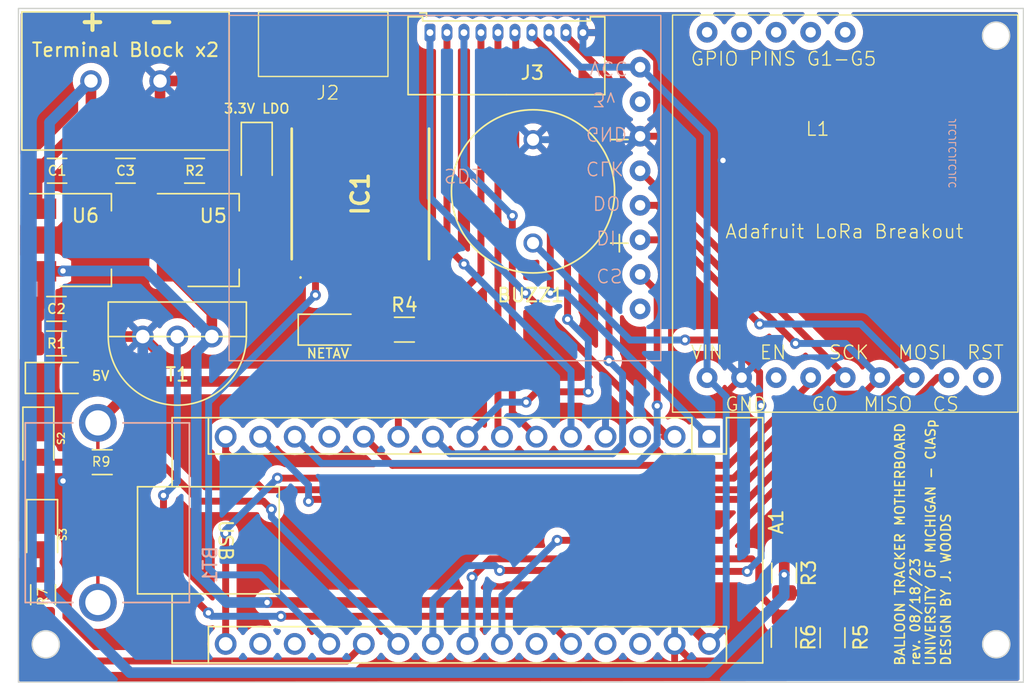
<source format=kicad_pcb>
(kicad_pcb (version 20240108) (generator "pcbnew") (generator_version "8.0")
  (layers (0 "F.Cu" signal) (31 "B.Cu" signal) (34 "B.Paste" user) (35 "F.Paste" user) (36 "B.SilkS" user "B.Silkscreen") (37 "F.SilkS" user "F.Silkscreen") (38 "B.Mask" user) (39 "F.Mask" user) (44 "Edge.Cuts" user))
  (net 0 "")
  (net 1 "Net-(A1-TX1)")
  (net 2 "Net-(A1-RX1)")
  (net 3 "GND")
  (net 4 "Net-(A1-D2)")
  (net 5 "Net-(A1-D3)")
  (net 6 "Net-(A1-D4)")
  (net 7 "Net-(A1-D5)")
  (net 8 "Net-(A1-D6)")
  (net 9 "Net-(A1-D7)")
  (net 10 "Net-(A1-D8)")
  (net 11 "Net-(A1-D9)")
  (net 12 "Net-(A1-D10)")
  (net 13 "Net-(A1-MOSI)")
  (net 14 "Net-(A1-MISO)")
  (net 15 "Net-(A1-SCK)")
  (net 18 "Net-(A1-A0)")
  (net 19 "Net-(A1-A1)")
  (net 20 "Net-(A1-A2)")
  (net 21 "Net-(A1-A3)")
  (net 22 "Net-(A1-SDA{slash}A4)")
  (net 23 "Net-(A1-SCL{slash}A5)")
  (net 24 "Net-(A1-A7)")
  (net 27 "+5V")
  (net 28 "Net-(IC1-V_BCKP)")
  (net 29 "Net-(P1-+)")
  (net 30 "+3.3V")
  (net 31 "Net-(D1-A)")
  (net 32 "Net-(D2-A)")
  (net 33 "Net-(D4-A)")
  (net 37 "Net-(IC1-RF_IN)")
  (net 49 "Net-(R3-Pad2)")
  (net 50 "Net-(S3-A)")
  (net 51 "Net-(S2-A)")
  (footprint "Tracker Custom Library:TMP36" (layer "F.Cu") (at 24.892 38.1 180)
    (property "Reference" "T1")
    (property "Value" "TMP36")
  )
  (footprint "Resistor_SMD:R_1206_3216Metric" (layer "F.Cu") (at 16.002 38.608 180)
    (property "Reference" "R1")
    (property "Value" "Resistor" (hide yes))
  )
  (footprint "Connector_Molex:Molex_PicoBlade_53048-1010_1x10_P1.25mm_Horizontal" (layer "F.Cu") (at 43.474 15.748)
    (property "Reference" "J3")
    (property "Value" "10 Pin PicoBlade MOLEX" (hide yes))
  )
  (footprint "LED_SMD:LED_1206_3216Metric" (layer "F.Cu") (at 36.068 37.592)
    (property "Reference" "D4" (hide yes))
    (property "Value" "NETAV")
  )
  (footprint "Package_TO_SOT_SMD:SOT-223-3_TabPin2" (layer "F.Cu") (at 18.136 31.002)
    (property "Reference" "U6")
    (property "Value" "LD1117S50TR_SOT223" (hide yes))
  )
  (footprint "Resistor_SMD:R_1206_3216Metric" (layer "F.Cu") (at 69.49 60.22 -90)
    (property "Reference" "R6")
    (property "Value" "480K")
  )
  (footprint "Resistor_SMD:R_1206_3216Metric" (layer "F.Cu") (at 69.52 55.49 -90)
    (property "Reference" "R3")
    (property "Value" "1K")
  )
  (footprint "Resistor_SMD:R_1206_3216Metric" (layer "F.Cu") (at 19.37 47.34)
    (property "Reference" "R9")
    (property "Value" "Resistor")
  )
  (footprint "Tracker Custom Library:Terminal Block x2" (layer "F.Cu") (at 21.082 19.304)
    (property "Reference" "P1" (hide yes))
    (property "Value" "Terminal Block x2")
  )
  (footprint "Capacitor_SMD:C_1206_3216Metric" (layer "F.Cu") (at 16.051 25.908)
    (property "Reference" "C1")
    (property "Value" "Capacitor" (hide yes))
  )
  (footprint "Capacitor_SMD:C_1206_3216Metric" (layer "F.Cu") (at 16.002 36.068)
    (property "Reference" "C2")
    (property "Value" "Capacitor" (hide yes))
  )
  (footprint "Package_TO_SOT_SMD:SOT-223-3_TabPin2" (layer "F.Cu") (at 27.534 31.002)
    (property "Reference" "U5")
    (property "Value" "LD1117S33TR_SOT223" (hide yes))
  )
  (footprint "Tracker Custom Library:Molex SMA Edge Mount" (layer "F.Cu") (at 40.386 14.224)
    (property "Reference" "J2")
    (property "Value" "Conn_Coaxial" (hide yes))
  )
  (footprint "LED_SMD:LED_1206_3216Metric" (layer "F.Cu") (at 30.734 24.638 -90)
    (property "Reference" "D2" (hide yes))
    (property "Value" "3.3V LDO")
  )
  (footprint "Tracker Custom Library:XDCR_AI-1224-TWT-5V-R" (layer "F.Cu") (at 51.054 27.422 180)
    (property "Reference" "BUZZ1")
    (property "Value" "Buzzer")
  )
  (footprint "Capacitor_SMD:C_1206_3216Metric" (layer "F.Cu") (at 21.082 25.908 180)
    (property "Reference" "C3")
    (property "Value" "Capacitor" (hide yes))
  )
  (footprint "Resistor_SMD:R_1206_3216Metric" (layer "F.Cu") (at 15.02 57.0875 -90)
    (property "Reference" "R7")
    (property "Value" "Resistor")
  )
  (footprint "Resistor_SMD:R_1206_3216Metric" (layer "F.Cu") (at 73.08 60.25 90)
    (property "Reference" "R5")
    (property "Value" "1K")
  )
  (footprint "LED_SMD:LED_1206_3216Metric" (layer "F.Cu") (at 14.95 52.38 -90)
    (property "Reference" "S3")
    (property "Value" "NETAV")
  )
  (footprint "Tracker Custom Library:Adafruit LoRa Breakout" (layer "F.Cu") (at 61.314 14.451)
    (property "Reference" "L1")
    (property "Value" "Lora" (hide yes))
  )
  (footprint "Resistor_SMD:R_1206_3216Metric" (layer "F.Cu") (at 41.5945 37.592)
    (property "Reference" "R4")
    (property "Value" "Resistor")
  )
  (footprint "Resistor_SMD:R_1206_3216Metric" (layer "F.Cu") (at 26.162 25.908 180)
    (property "Reference" "R2")
    (property "Value" "Resistor" (hide yes))
  )
  (footprint "Tracker Custom Library:MAXM10S00B" (layer "F.Cu") (at 38.356 27.61 -90)
    (property "Reference" "IC1")
    (property "Value" "MAX-M10S-00B" (hide yes))
  )
  (footprint "Module:Arduino_Nano" (layer "F.Cu") (at 64.008 45.466 -90)
    (property "Reference" "A1")
    (property "Value" "Arduino_Nano_Every")
  )
  (footprint "LED_SMD:LED_1206_3216Metric" (layer "F.Cu") (at 14.67 45.58 -90)
    (property "Reference" "S2")
    (property "Value" "NETAV")
  )
  (footprint "LED_SMD:LED_1206_3216Metric" (layer "F.Cu") (at 16.002 41.148)
    (property "Reference" "D1" (hide yes))
    (property "Value" "5V LDO" (hide yes))
  )
  (footprint "Tracker Custom Library:Adafruit 5V SD Breakout Brd+" (layer "B.Cu") (at 60.452 39.878)
    (property "Reference" "SD1")
    (property "Value" "~")
  )
  (footprint "Tracker Custom Library:BAT_2997" (layer "B.Cu") (at 19.05 51.055 90)
    (property "Reference" "BT1")
    (property "Value" "2997")
  )
  (gr_rect (start 13.208 13.97) (end 87.122 63.518) (stroke (width 0.1)) (fill none) (layer "Edge.Cuts"))
  (gr_circle (center 15.22 60.738) (end 15.19 59.738) (stroke (width 0.1)) (fill none) (layer "Edge.Cuts"))
  (gr_circle (center 85.122 60.726) (end 84.122 60.756) (stroke (width 0.1)) (fill none) (layer "Edge.Cuts"))
  (gr_circle (center 85.11 15.97) (end 85.14 16.97) (stroke (width 0.1)) (fill none) (layer "Edge.Cuts"))
  (gr_text "JLCJLCJLCJLC" (at 82.2 22 90) (layer "B.SilkS") (effects (font (size 0.5 0.5) (thickness 0.075)) (justify left bottom mirror)))
  (gr_text "NETAV" (at 34.34 39.75 0) (layer "F.SilkS") (effects (font (size 0.7 0.7) (thickness 0.12) (bold yes)) (justify left bottom)))
  (gr_text "+" (at 17.526 15.748 0) (layer "F.SilkS") (effects (font (size 1.5 1.5) (thickness 0.3) (bold yes)) (justify left bottom)))
  (gr_text "-" (at 22.606 15.748 0) (layer "F.SilkS") (effects (font (size 1.5 1.5) (thickness 0.3) (bold yes)) (justify left bottom)))
  (gr_text "BALLOON TRACKER MOTHERBOARD\nrev. 08/18/23\nUNIVERSITY OF MICHIGAN - ClASp\nDESIGN BY J. WOODS" (at 81.83 62.37 90) (layer "F.SilkS") (effects (font (size 0.7 0.7) (thickness 0.12) (bold yes)) (justify left bottom)))
  (gr_text "5V" (at 18.542 41.402 0) (layer "F.SilkS") (effects (font (size 0.7 0.7) (thickness 0.12) (bold yes)) (justify left bottom)))
  (segment (start 49.724 15.748) (end 49.724 15.998) (width 0.508) (layer "F.Cu") (net 1))
  (segment (start 52.324 30.226) (end 52.324 34.9) (width 0.508) (layer "F.Cu") (net 1))
  (segment (start 49.784 16.058) (end 49.784 27.686) (width 0.508) (layer "F.Cu") (net 1))
  (segment (start 49.724 15.998) (end 49.784 16.058) (width 0.508) (layer "F.Cu") (net 1))
  (segment (start 49.784 27.686) (end 52.324 30.226) (width 0.508) (layer "F.Cu") (net 1))
  (via (at 52.324 34.9) (size 0.8) (drill 0.4) (layers "F.Cu" "B.Cu") (net 1))
  (segment (start 64.008 45.466) (end 53.442 34.9) (width 0.508) (layer "B.Cu") (net 1))
  (segment (start 63.66034 45.466) (end 64.008 45.466) (width 0.508) (layer "B.Cu") (net 1))
  (segment (start 53.442 34.9) (end 52.324 34.9) (width 0.508) (layer "B.Cu") (net 1))
  (segment (start 50.5 34.943739) (end 50.5 34.9) (width 0.508) (layer "F.Cu") (net 2))
  (segment (start 60.706 45.466) (end 61.468 45.466) (width 0.508) (layer "F.Cu") (net 2))
  (segment (start 61.022261 45.466) (end 50.5 34.943739) (width 0.508) (layer "F.Cu") (net 2))
  (segment (start 61.468 45.466) (end 61.022261 45.466) (width 0.508) (layer "F.Cu") (net 2))
  (via (at 50.5 34.9) (size 0.8) (drill 0.4) (layers "F.Cu" "B.Cu") (net 2))
  (segment (start 43.474 27.874) (end 43.474 15.748) (width 0.508) (layer "B.Cu") (net 2))
  (segment (start 50.5 34.9) (end 43.474 27.874) (width 0.508) (layer "B.Cu") (net 2))
  (segment (start 58.166 15.748) (end 54.724 15.748) (width 0.508) (layer "F.Cu") (net 3))
  (segment (start 19.607 25.908) (end 23.622 21.893) (width 0.78232) (layer "F.Cu") (net 3))
  (segment (start 22.352 38.1) (end 19.509 38.1) (width 0.78232) (layer "F.Cu") (net 3))
  (segment (start 14.602 41.148) (end 15.69316 40.05684) (width 0.78232) (layer "F.Cu") (net 3))
  (segment (start 14.67 44.18) (end 14.67 41.216) (width 0.508) (layer "F.Cu") (net 3))
  (segment (start 16.76832 31.002) (end 17.477 31.71068) (width 0.78232) (layer "F.Cu") (net 3))
  (segment (start 17.526 29.09432) (end 17.526 25.908) (width 0.78232) (layer "F.Cu") (net 3))
  (segment (start 63.246 23.368) (end 58.928 23.368) (width 0.508) (layer "F.Cu") (net 3))
  (segment (start 33.956 36.88) (end 34.668 37.592) (width 0.78232) (layer "F.Cu") (net 3))
  (segment (start 40.556 22.86) (end 40.556 23.968) (width 0.508) (layer "F.Cu") (net 3))
  (segment (start 60.144 22.152) (end 60.144 17.726) (width 0.508) (layer "F.Cu") (net 3))
  (segment (start 26.8 19.304) (end 23.622 19.304) (width 0.78232) (layer "F.Cu") (net 3))
  (segment (start 42.756 22.86) (end 42.756 23.968) (width 0.508) (layer "F.Cu") (net 3))
  (segment (start 40.556 23.968) (end 40.31 24.214) (width 0.508) (layer "F.Cu") (net 3))
  (segment (start 62.722 61.96) (end 69.2125 61.96) (width 0.508) (layer "F.Cu") (net 3))
  (segment (start 42.51 24.214) (end 40.31 24.214) (width 0.508) (layer "F.Cu") (net 3))
  (segment (start 17.526 25.908) (end 19.607 25.908) (width 0.78232) (layer "F.Cu") (net 3))
  (segment (start 21.286 31.002) (end 16.76832 31.002) (width 0.78232) (layer "F.Cu") (net 3))
  (segment (start 14.95 50.25584) (end 16.48584 48.72) (width 0.508) (layer "F.Cu") (net 3))
  (segment (start 15.69316 37.85184) (end 17.477 36.068) (width 0.78232) (layer "F.Cu") (net 3))
  (segment (start 32.42584 39.83416) (end 24.08616 39.83416) (width 0.78232) (layer "F.Cu") (net 3))
  (segment (start 31.71 24.214) (end 30.734 23.238) (width 0.508) (layer "F.Cu") (net 3))
  (segment (start 23.622 21.893) (end 23.622 19.304) (width 0.78232) (layer "F.Cu") (net 3))
  (segment (start 14.986 31.002) (end 16.76832 31.002) (width 0.78232) (layer "F.Cu") (net 3))
  (segment (start 31.3985 16.5865) (end 31.3985 22.5735) (width 0.78232) (layer "F.Cu") (net 3))
  (segment (start 58.928 23.368) (end 60.144 22.152) (width 0.508) (layer "F.Cu") (net 3))
  (segment (start 15.61832 31.002) (end 17.526 29.09432) (width 0.78232) (layer "F.Cu") (net 3))
  (segment (start 17.477 31.71068) (end 17.477 36.068) (width 0.78232) (layer "F.Cu") (net 3))
  (segment (start 61.468 60.706) (end 62.722 61.96) (width 0.508) (layer "F.Cu") (net 3))
  (segment (start 14.67 41.216) (end 14.602 41.148) (width 0.508) (layer "F.Cu") (net 3))
  (segment (start 69.2125 61.96) (end 69.49 61.6825) (width 0.508) (layer "F.Cu") (net 3))
  (segment (start 19.509 38.1) (end 17.477 36.068) (width 0.78232) (layer "F.Cu") (net 3))
  (segment (start 30.734 23.238) (end 26.8 19.304) (width 0.78232) (layer "F.Cu") (net 3))
  (segment (start 23.586 28.702) (end 24.384 28.702) (width 0.78232) (layer "F.Cu") (net 3))
  (segment (start 40.31 24.214) (end 31.71 24.214) (width 0.508) (layer "F.Cu") (net 3))
  (segment (start 42.756 22.86) (end 42.756 19.519) (width 0.508) (layer "F.Cu") (net 3))
  (segment (start 24.08616 39.83416) (end 22.352 38.1) (width 0.78232) (layer "F.Cu") (net 3))
  (segment (start 42.756 19.519) (end 39.836 16.599) (width 0.508) (layer "F.Cu") (net 3))
  (segment (start 31.3985 22.5735) (end 30.734 23.238) (width 0.78232) (layer "F.Cu") (net 3))
  (segment (start 34.668 37.592) (end 32.42584 39.83416) (width 0.78232) (layer "F.Cu") (net 3))
  (segment (start 14.986 31.002) (end 15.61832 31.002) (width 0.78232) (layer "F.Cu") (net 3))
  (segment (start 42.756 23.968) (end 42.51 24.214) (width 0.508) (layer "F.Cu") (net 3))
  (segment (start 21.286 31.002) (end 23.586 28.702) (width 0.78232) (layer "F.Cu") (net 3))
  (segment (start 60.144 17.726) (end 58.166 15.748) (width 0.508) (layer "F.Cu") (net 3))
  (segment (start 65.024 25.146) (end 63.246 23.368) (width 0.508) (layer "F.Cu") (net 3))
  (segment (start 33.956 32.36) (end 33.956 36.88) (width 0.78232) (layer "F.Cu") (net 3))
  (segment (start 15.69316 40.05684) (end 15.69316 37.85184) (width 0.78232) (layer "F.Cu") (net 3))
  (segment (start 14.95 50.98) (end 14.95 50.25584) (width 0.508) (layer "F.Cu") (net 3))
  (via (at 16.48584 48.72) (size 0.8) (drill 0.4) (layers "F.Cu" "B.Cu") (net 3))
  (via (at 65.024 25.146) (size 0.8) (drill 0.4) (layers "F.Cu" "B.Cu") (net 3))
  (segment (start 19.05 51.055) (end 21.81232 51.055) (width 0.78232) (layer "B.Cu") (net 3))
  (segment (start 16.715 48.72) (end 19.05 51.055) (width 0.508) (layer "B.Cu") (net 3))
  (segment (start 58.674 23.622) (end 58.928 23.368) (width 0.508) (layer "B.Cu") (net 3))
  (segment (start 16.48584 48.72) (end 16.715 48.72) (width 0.508) (layer "B.Cu") (net 3))
  (segment (start 66.394 41.121) (end 66.394 26.516) (width 0.508) (layer "B.Cu") (net 3))
  (segment (start 21.81232 51.055) (end 22.352 50.51532) (width 0.78232) (layer "B.Cu") (net 3))
  (segment (start 22.352 50.51532) (end 22.352 38.1) (width 0.78232) (layer "B.Cu") (net 3))
  (segment (start 66.394 26.516) (end 65.024 25.146) (width 0.508) (layer "B.Cu") (net 3))
  (segment (start 51.054 23.622) (end 58.674 23.622) (width 0.508) (layer "B.Cu") (net 3))
  (segment (start 44.724 31.516) (end 45.974 32.766) (width 0.508) (layer "F.Cu") (net 4))
  (segment (start 44.724 15.748) (end 44.724 31.516) (width 0.508) (layer "F.Cu") (net 4))
  (via (at 45.974 32.766) (size 0.8) (drill 0.4) (layers "F.Cu" "B.Cu") (net 4))
  (segment (start 45.974 32.766) (end 53.848 40.64) (width 0.508) (layer "B.Cu") (net 4))
  (segment (start 53.848 40.64) (end 53.848 45.466) (width 0.508) (layer "B.Cu") (net 4))
  (segment (start 49.53 43.688) (end 51.308 45.466) (width 0.508) (layer "F.Cu") (net 5))
  (segment (start 49.53 29.21) (end 49.53 43.688) (width 0.508) (layer "F.Cu") (net 5))
  (via (at 49.53 29.21) (size 0.8) (drill 0.4) (layers "F.Cu" "B.Cu") (net 5))
  (segment (start 45.974 15.748) (end 45.974 25.654) (width 0.508) (layer "B.Cu") (net 5))
  (segment (start 45.974 25.654) (end 49.53 29.21) (width 0.508) (layer "B.Cu") (net 5))
  (segment (start 48.474 15.748) (end 48.474 45.172) (width 0.508) (layer "F.Cu") (net 6))
  (segment (start 48.474 45.172) (end 48.768 45.466) (width 0.508) (layer "F.Cu") (net 6))
  (segment (start 51.308 42.164) (end 50.546 42.926) (width 0.508) (layer "F.Cu") (net 7))
  (segment (start 53.594 18.618) (end 53.594 36.83) (width 0.508) (layer "F.Cu") (net 7))
  (segment (start 50.974 15.998) (end 53.594 18.618) (width 0.508) (layer "F.Cu") (net 7))
  (segment (start 55.118 42.164) (end 51.308 42.164) (width 0.508) (layer "F.Cu") (net 7))
  (segment (start 50.974 15.748) (end 50.974 15.998) (width 0.508) (layer "F.Cu") (net 7))
  (via (at 50.546 42.926) (size 0.8) (drill 0.4) (layers "F.Cu" "B.Cu") (net 7))
  (via (at 53.594 36.83) (size 0.8) (drill 0.4) (layers "F.Cu" "B.Cu") (net 7))
  (via (at 55.118 42.164) (size 0.8) (drill 0.4) (layers "F.Cu" "B.Cu") (net 7))
  (segment (start 48.768 42.926) (end 46.228 45.466) (width 0.508) (layer "B.Cu") (net 7))
  (segment (start 50.546 42.926) (end 48.768 42.926) (width 0.508) (layer "B.Cu") (net 7))
  (segment (start 53.594 36.83) (end 55.118 38.354) (width 0.508) (layer "B.Cu") (net 7))
  (segment (start 55.118 38.354) (end 55.118 42.164) (width 0.508) (layer "B.Cu") (net 7))
  (segment (start 53.474 15.955738) (end 56.642 19.123738) (width 0.508) (layer "F.Cu") (net 8))
  (segment (start 53.474 15.748) (end 53.474 15.955738) (width 0.508) (layer "F.Cu") (net 8))
  (segment (start 56.642 19.123738) (end 56.642 39.878) (width 0.508) (layer "F.Cu") (net 8))
  (via (at 56.642 39.878) (size 0.8) (drill 0.4) (layers "F.Cu" "B.Cu") (net 8))
  (segment (start 56.642 39.878) (end 57.642 40.878) (width 0.508) (layer "B.Cu") (net 8))
  (segment (start 56.912 46.72) (end 44.942 46.72) (width 0.508) (layer "B.Cu") (net 8))
  (segment (start 57.642 45.99) (end 56.912 46.72) (width 0.508) (layer "B.Cu") (net 8))
  (segment (start 57.642 40.878) (end 57.642 45.99) (width 0.508) (layer "B.Cu") (net 8))
  (segment (start 44.942 46.72) (end 43.688 45.466) (width 0.508) (layer "B.Cu") (net 8))
  (segment (start 41.148 39.501) (end 41.148 45.466) (width 0.508) (layer "F.Cu") (net 9))
  (segment (start 47.224 33.425) (end 47.224 15.748) (width 0.508) (layer "F.Cu") (net 9))
  (segment (start 43.057 37.592) (end 41.148 39.501) (width 0.508) (layer "F.Cu") (net 9))
  (segment (start 43.057 37.592) (end 47.224 33.425) (width 0.508) (layer "F.Cu") (net 9))
  (segment (start 65.409264 47.574) (end 40.716 47.574) (width 0.508) (layer "F.Cu") (net 10))
  (segment (start 71.474 41.121) (end 71.474 41.486) (width 0.508) (layer "F.Cu") (net 10))
  (segment (start 40.716 47.574) (end 38.608 45.466) (width 0.508) (layer "F.Cu") (net 10))
  (segment (start 71.474 41.486) (end 67.102 45.858) (width 0.508) (layer "F.Cu") (net 10))
  (segment (start 67.102 45.881264) (end 65.409264 47.574) (width 0.508) (layer "F.Cu") (net 10))
  (segment (start 67.102 45.858) (end 67.102 45.881264) (width 0.508) (layer "F.Cu") (net 10))
  (segment (start 60.182654 34.782654) (end 60.182654 43.195346) (width 0.508) (layer "F.Cu") (net 12))
  (segment (start 58.928 33.528) (end 60.182654 34.782654) (width 0.508) (layer "F.Cu") (net 12))
  (via (at 60.182654 43.195346) (size 0.8) (drill 0.4) (layers "F.Cu" "B.Cu") (net 12))
  (segment (start 58.739424 47.428) (end 35.49 47.428) (width 0.508) (layer "B.Cu") (net 12))
  (segment (start 60.182654 43.195346) (end 60.182654 45.98477) (width 0.508) (layer "B.Cu") (net 12))
  (segment (start 35.49 47.428) (end 33.528 45.466) (width 0.508) (layer "B.Cu") (net 12))
  (segment (start 60.182654 45.98477) (end 58.739424 47.428) (width 0.508) (layer "B.Cu") (net 12))
  (segment (start 66.834 50.076) (end 34.544 50.076) (width 0.508) (layer "F.Cu") (net 13))
  (segment (start 34.544 50.076) (end 34.544 50.2215) (width 0.508) (layer "F.Cu") (net 13))
  (segment (start 77.99 41.42) (end 77.974684 41.42) (width 0.508) (layer "F.Cu") (net 13))
  (segment (start 79.094 41.121) (end 78.289 41.121) (width 0.508) (layer "F.Cu") (net 13))
  (segment (start 73.865 43.045) (end 66.834 50.076) (width 0.508) (layer "F.Cu") (net 13))
  (segment (start 58.928 30.988) (end 61.530968 30.988) (width 0.508) (layer "F.Cu") (net 13))
  (segment (start 77.974684 41.42) (end 76.349684 43.045) (width 0.508) (layer "F.Cu") (net 13))
  (segment (start 76.349684 43.045) (end 73.865 43.045) (width 0.508) (layer "F.Cu") (net 13))
  (segment (start 61.530968 30.988) (end 67.722484 37.179516) (width 0.508) (layer "F.Cu") (net 13))
  (segment (start 78.289 41.121) (end 77.99 41.42) (width 0.508) (layer "F.Cu") (net 13))
  (via (at 67.722484 37.179516) (size 0.8) (drill 0.4) (layers "F.Cu" "B.Cu") (net 13))
  (via (at 34.544 50.2215) (size 0.8) (drill 0.4) (layers "F.Cu" "B.Cu") (net 13))
  (segment (start 67.722484 37.179516) (end 75.152516 37.179516) (width 0.508) (layer "B.Cu") (net 13))
  (segment (start 75.152516 37.179516) (end 79.094 41.121) (width 0.508) (layer "B.Cu") (net 13))
  (segment (start 34.544 50.2215) (end 34.544 49.022) (width 0.508) (layer "B.Cu") (net 13))
  (segment (start 34.544 49.022) (end 30.988 45.466) (width 0.508) (layer "B.Cu") (net 13))
  (segment (start 74.853 42.337) (end 73.183 42.337) (width 0.508) (layer "F.Cu") (net 14))
  (segment (start 73.183 42.337) (end 66.152 49.368) (width 0.508) (layer "F.Cu") (net 14))
  (segment (start 31.21863 49.368) (end 28.448 46.59737) (width 0.508) (layer "F.Cu") (net 14))
  (segment (start 74.88 42.31) (end 74.853 42.337) (width 0.508) (layer "F.Cu") (net 14))
  (segment (start 58.928 28.448) (end 60.198 28.448) (width 0.508) (layer "F.Cu") (net 14))
  (segment (start 60.198 28.448) (end 70.358 38.608) (width 0.508) (layer "F.Cu") (net 14))
  (segment (start 75.365 42.31) (end 74.88 42.31) (width 0.508) (layer "F.Cu") (net 14))
  (segment (start 28.448 46.59737) (end 28.448 45.466) (width 0.508) (layer "F.Cu") (net 14))
  (segment (start 76.554 41.121) (end 75.365 42.31) (width 0.508) (layer "F.Cu") (net 14))
  (segment (start 66.152 49.368) (end 31.21863 49.368) (width 0.508) (layer "F.Cu") (net 14))
  (via (at 70.358 38.608) (size 0.8) (drill 0.4) (layers "F.Cu" "B.Cu") (net 14))
  (segment (start 70.358 38.608) (end 74.041 38.608) (width 0.508) (layer "B.Cu") (net 14))
  (segment (start 74.041 38.608) (end 76.554 41.121) (width 0.508) (layer "B.Cu") (net 14))
  (segment (start 74.014 41.121) (end 73.199 41.121) (width 0.508) (layer "F.Cu") (net 15))
  (segment (start 65.806 48.514) (end 32.258 48.514) (width 0.508) (layer "F.Cu") (net 15))
  (segment (start 73.199 41.121) (end 65.806 48.514) (width 0.508) (layer "F.Cu") (net 15))
  (segment (start 58.928 25.908) (end 74.014 40.994) (width 0.508) (layer "F.Cu") (net 15))
  (segment (start 74.014 40.994) (end 74.014 41.121) (width 0.508) (layer "F.Cu") (net 15))
  (segment (start 28.448 52.578) (end 28.448 60.706) (width 0.508) (layer "F.Cu") (net 15))
  (via (at 32.258 48.514) (size 0.8) (drill 0.4) (layers "F.Cu" "B.Cu") (net 15))
  (via (at 28.448 52.578) (size 0.8) (drill 0.4) (layers "F.Cu" "B.Cu") (net 15))
  (segment (start 28.448 52.324) (end 28.448 52.578) (width 0.508) (layer "B.Cu") (net 15))
  (segment (start 32.258 48.514) (end 28.448 52.324) (width 0.508) (layer "B.Cu") (net 15))
  (segment (start 35.056 35.048) (end 35.052 35.052) (width 0.508) (layer "F.Cu") (net 18))
  (segment (start 35.056 32.36) (end 35.056 35.048) (width 0.508) (layer "F.Cu") (net 18))
  (via (at 35.052 35.052) (size 0.8) (drill 0.4) (layers "F.Cu" "B.Cu") (net 18))
  (segment (start 27.194 42.91) (end 27.194 55.134) (width 0.508) (layer "B.Cu") (net 18))
  (segment (start 30.988 55.626) (end 36.068 60.706) (width 0.508) (layer "B.Cu") (net 18))
  (segment (start 27.194 55.134) (end 27.686 55.626) (width 0.508) (layer "B.Cu") (net 18))
  (segment (start 27.686 55.626) (end 30.988 55.626) (width 0.508) (layer "B.Cu") (net 18))
  (segment (start 35.052 35.052) (end 27.194 42.91) (width 0.508) (layer "B.Cu") (net 18))
  (segment (start 38.608 60.706) (end 37.354 61.96) (width 0.508) (layer "F.Cu") (net 19))
  (segment (start 37.354 61.96) (end 18.43 61.96) (width 0.508) (layer "F.Cu") (net 19))
  (segment (start 18.43 61.96) (end 15.02 58.55) (width 0.508) (layer "F.Cu") (net 19))
  (segment (start 26.509843 50.20884) (end 23.641003 47.34) (width 0.508) (layer "F.Cu") (net 20))
  (segment (start 31.81 50.8) (end 31.21884 50.20884) (width 0.508) (layer "F.Cu") (net 20))
  (segment (start 31.21884 50.20884) (end 26.509843 50.20884) (width 0.508) (layer "F.Cu") (net 20))
  (segment (start 23.641003 47.34) (end 20.8325 47.34) (width 0.508) (layer "F.Cu") (net 20))
  (via (at 31.81 50.8) (size 0.8) (drill 0.4) (layers "F.Cu" "B.Cu") (net 20))
  (segment (start 31.81 51.368) (end 31.81 50.8) (width 0.508) (layer "B.Cu") (net 20))
  (segment (start 41.148 60.706) (end 31.81 51.368) (width 0.508) (layer "B.Cu") (net 20))
  (segment (start 67.718 43.08) (end 67.818 43.18) (width 0.508) (layer "F.Cu") (net 21))
  (segment (start 65.346684 38.354) (end 67.718 40.725316) (width 0.508) (layer "F.Cu") (net 21))
  (segment (start 66.802 55.372) (end 53.7 55.372) (width 0.508) (layer "F.Cu") (net 21))
  (segment (start 53.7 55.372) (end 53.34 55.372) (width 0.508) (layer "F.Cu") (net 21))
  (segment (start 62.23 38.354) (end 65.346684 38.354) (width 0.508) (layer "F.Cu") (net 21))
  (segment (start 48.6 55.3035) (end 53.6315 55.3035) (width 0.508) (layer "F.Cu") (net 21))
  (segment (start 67.718 40.725316) (end 67.718 43.08) (width 0.508) (layer "F.Cu") (net 21))
  (segment (start 53.6315 55.3035) (end 53.7 55.372) (width 0.508) (layer "F.Cu") (net 21))
  (via (at 66.802 55.372) (size 0.8) (drill 0.4) (layers "F.Cu" "B.Cu") (net 21))
  (via (at 62.23 38.354) (size 0.8) (drill 0.4) (layers "F.Cu" "B.Cu") (net 21))
  (via (at 67.818 43.18) (size 0.8) (drill 0.4) (layers "F.Cu" "B.Cu") (net 21))
  (via (at 48.6 55.3035) (size 0.8) (drill 0.4) (layers "F.Cu" "B.Cu") (net 21))
  (segment (start 67.818 54.356) (end 66.802 55.372) (width 0.508) (layer "B.Cu") (net 21))
  (segment (start 48.2425 54.946) (end 48.6 55.3035) (width 0.508) (layer "B.Cu") (net 21))
  (segment (start 46.216261 54.946) (end 48.2425 54.946) (width 0.508) (layer "B.Cu") (net 21))
  (segment (start 43.688 57.474261) (end 46.216261 54.946) (width 0.508) (layer "B.Cu") (net 21))
  (segment (start 43.688 60.706) (end 43.688 57.474261) (width 0.508) (layer "B.Cu") (net 21))
  (segment (start 51.054 31.222) (end 58.186 38.354) (width 0.508) (layer "B.Cu") (net 21))
  (segment (start 67.818 43.18) (end 67.818 54.356) (width 0.508) (layer "B.Cu") (net 21))
  (segment (start 58.186 38.354) (end 62.23 38.354) (width 0.508) (layer "B.Cu") (net 21))
  (segment (start 67.656 57.021606) (end 67.656 54.956) (width 0.508) (layer "F.Cu") (net 22))
  (segment (start 67.656 54.956) (end 67.15 54.45) (width 0.508) (layer "F.Cu") (net 22))
  (segment (start 69.391894 58.7575) (end 67.656 57.021606) (width 0.508) (layer "F.Cu") (net 22))
  (segment (start 69.49 58.7575) (end 69.391894 58.7575) (width 0.508) (layer "F.Cu") (net 22))
  (segment (start 67.15 54.45) (end 47.92 54.45) (width 0.508) (layer "F.Cu") (net 22))
  (segment (start 73.08 58.7875) (end 69.52 58.7875) (width 0.508) (layer "F.Cu") (net 22))
  (segment (start 47.92 54.45) (end 46.57 55.8) (width 0.508) (layer "F.Cu") (net 22))
  (segment (start 69.52 58.7875) (end 69.49 58.7575) (width 0.508) (layer "F.Cu") (net 22))
  (via (at 46.57 55.8) (size 0.8) (drill 0.4) (layers "F.Cu" "B.Cu") (net 22))
  (segment (start 46.57 55.8) (end 46.57 60.364) (width 0.508) (layer "B.Cu") (net 22))
  (segment (start 46.57 60.364) (end 46.228 60.706) (width 0.508) (layer "B.Cu") (net 22))
  (segment (start 74.447 43.753) (end 65.114 53.086) (width 0.508) (layer "F.Cu") (net 23))
  (segment (start 78.181684 43.753) (end 74.447 43.753) (width 0.508) (layer "F.Cu") (net 23))
  (segment (start 65.114 53.086) (end 52.832 53.086) (width 0.508) (layer "F.Cu") (net 23))
  (segment (start 80.799 41.121) (end 80.31 41.61) (width 0.508) (layer "F.Cu") (net 23))
  (segment (start 80.31 41.61) (end 80.31 41.624684) (width 0.508) (layer "F.Cu") (net 23))
  (segment (start 81.634 41.121) (end 80.799 41.121) (width 0.508) (layer "F.Cu") (net 23))
  (segment (start 80.31 41.624684) (end 78.181684 43.753) (width 0.508) (layer "F.Cu") (net 23))
  (via (at 52.832 53.086) (size 0.8) (drill 0.4) (layers "F.Cu" "B.Cu") (net 23))
  (segment (start 48.768 57.15) (end 48.768 60.706) (width 0.508) (layer "B.Cu") (net 23))
  (segment (start 52.832 53.086) (end 48.768 57.15) (width 0.508) (layer "B.Cu") (net 23))
  (segment (start 32.512 58.674) (end 51.816 58.674) (width 0.508) (layer "F.Cu") (net 24))
  (segment (start 23.876 49.784) (end 23.876 55.118) (width 0.508) (layer "F.Cu") (net 24))
  (segment (start 23.876 55.118) (end 27.178 58.42) (width 0.508) (layer "F.Cu") (net 24))
  (segment (start 51.816 58.674) (end 53.848 60.706) (width 0.508) (layer "F.Cu") (net 24))
  (via (at 27.178 58.42) (size 0.8) (drill 0.4) (layers "F.Cu" "B.Cu") (net 24))
  (via (at 32.512 58.674) (size 0.8) (drill 0.4) (layers "F.Cu" "B.Cu") (net 24))
  (via (at 23.876 49.784) (size 0.8) (drill 0.4) (layers "F.Cu" "B.Cu") (net 24))
  (segment (start 24.892 48.768) (end 23.876 49.784) (width 0.508) (layer "B.Cu") (net 24))
  (segment (start 27.432 58.674) (end 32.512 58.674) (width 0.508) (layer "B.Cu") (net 24))
  (segment (start 27.178 58.42) (end 27.432 58.674) (width 0.508) (layer "B.Cu") (net 24))
  (segment (start 24.892 38.1) (end 24.892 48.768) (width 0.508) (layer "B.Cu") (net 24))
  (segment (start 14.986 35.609) (end 14.527 36.068) (width 0.78232) (layer "F.Cu") (net 27))
  (segment (start 27.432 38.1) (end 27.432 36.35) (width 0.78232) (layer "F.Cu") (net 27))
  (segment (start 31.496 57.658) (end 60.96 57.658) (width 0.78232) (layer "F.Cu") (net 27))
  (segment (start 14.527 36.068) (end 14.527 38.5955) (width 0.78232) (layer "F.Cu") (net 27))
  (segment (start 14.986 33.302) (end 16.45834 33.302) (width 0.78232) (layer "F.Cu") (net 27))
  (segment (start 14.986 33.302) (end 14.986 35.609) (width 0.78232) (layer "F.Cu") (net 27))
  (segment (start 14.527 38.5955) (end 14.5395 38.608) (width 0.78232) (layer "F.Cu") (net 27))
  (segment (start 60.96 57.658) (end 64.008 60.706) (width 0.78232) (layer "F.Cu") (net 27))
  (segment (start 27.432 36.35) (end 24.384 33.302) (width 0.78232) (layer "F.Cu") (net 27))
  (segment (start 16.45834 33.302) (end 16.48634 33.274) (width 0.78232) (layer "F.Cu") (net 27))
  (via (at 16.48634 33.274) (size 0.8) (drill 0.4) (layers "F.Cu" "B.Cu") (net 27))
  (via (at 31.496 57.658) (size 0.8) (drill 0.4) (layers "F.Cu" "B.Cu") (net 27))
  (segment (start 54.556262 18.288) (end 58.928 18.288) (width 0.508) (layer "B.Cu") (net 27))
  (segment (start 22.606 33.274) (end 27.432 38.1) (width 0.78232) (layer "B.Cu") (net 27))
  (segment (start 65.262 59.452) (end 64.008 60.706) (width 0.508) (layer "B.Cu") (net 27))
  (segment (start 63.854 41.121) (end 65.262 42.529) (width 0.508) (layer "B.Cu") (net 27))
  (segment (start 63.854 41.121) (end 63.854 23.214) (width 0.508) (layer "B.Cu") (net 27))
  (segment (start 65.262 42.529) (end 65.262 59.452) (width 0.508) (layer "B.Cu") (net 27))
  (segment (start 52.224 15.748) (end 52.224 15.955738) (width 0.508) (layer "B.Cu") (net 27))
  (segment (start 28.522764 57.658) (end 31.496 57.658) (width 0.78232) (layer "B.Cu") (net 27))
  (segment (start 52.224 15.955738) (end 54.556262 18.288) (width 0.508) (layer "B.Cu") (net 27))
  (segment (start 26.289 55.424236) (end 28.522764 57.658) (width 0.78232) (layer "B.Cu") (net 27))
  (segment (start 16.48634 33.274) (end 22.606 33.274) (width 0.78232) (layer "B.Cu") (net 27))
  (segment (start 27.432 38.1) (end 26.289 39.243) (width 0.78232) (layer "B.Cu") (net 27))
  (segment (start 63.854 23.214) (end 58.928 18.288) (width 0.508) (layer "B.Cu") (net 27))
  (segment (start 26.289 39.243) (end 26.289 55.424236) (width 0.78232) (layer "B.Cu") (net 27))
  (segment (start 19.05 44.45) (end 22.098 41.402) (width 0.78232) (layer "F.Cu") (net 28))
  (segment (start 39.456 33.74232) (end 39.456 32.36) (width 0.78232) (layer "F.Cu") (net 28))
  (segment (start 39.34716 33.85116) (end 39.456 33.74232) (width 0.78232) (layer "F.Cu") (net 28))
  (segment (start 36.25184 36.46132) (end 38.862 33.85116) (width 0.78232) (layer "F.Cu") (net 28))
  (segment (start 38.862 33.85116) (end 39.34716 33.85116) (width 0.78232) (layer "F.Cu") (net 28))
  (segment (start 36.25184 39.89032) (end 36.25184 36.46132) (width 0.78232) (layer "F.Cu") (net 28))
  (segment (start 22.098 41.402) (end 34.74016 41.402) (width 0.78232) (layer "F.Cu") (net 28))
  (segment (start 19.05 57.66) (end 19.05 44.45) (width 0.25) (layer "F.Cu") (net 28))
  (segment (start 34.74016 41.402) (end 36.25184 39.89032) (width 0.78232) (layer "F.Cu") (net 28))
  (segment (start 69.53 55.62) (end 69.53 54.0375) (width 0.78232) (layer "F.Cu") (net 29))
  (segment (start 14.576 28.292) (end 14.986 28.702) (width 0.78232) (layer "F.Cu") (net 29))
  (segment (start 14.576 25.908) (end 14.576 28.292) (width 0.78232) (layer "F.Cu") (net 29))
  (segment (start 69.53 54.0375) (end 69.52 54.0275) (width 0.78232) (layer "F.Cu") (net 29))
  (segment (start 18.542 19.304) (end 18.542 21.942) (width 0.78232) (layer "F.Cu") (net 29))
  (segment (start 18.542 21.942) (end 14.576 25.908) (width 0.78232) (layer "F.Cu") (net 29))
  (via (at 69.53 55.62) (size 0.8) (drill 0.4) (layers "F.Cu" "B.Cu") (net 29))
  (segment (start 15.49518 56.903428) (end 21.406912 62.81516) (width 0.78232) (layer "B.Cu") (net 29))
  (segment (start 18.542 19.304) (end 15.49518 22.35082) (width 0.78232) (layer "B.Cu") (net 29))
  (segment (start 15.49518 22.35082) (end 15.49518 56.903428) (width 0.78232) (layer "B.Cu") (net 29))
  (segment (start 69.53 57.151398) (end 69.53 55.62) (width 0.78232) (layer "B.Cu") (net 29))
  (segment (start 63.866238 62.81516) (end 69.53 57.151398) (width 0.78232) (layer "B.Cu") (net 29))
  (segment (start 21.406912 62.81516) (end 63.866238 62.81516) (width 0.78232) (layer "B.Cu") (net 29))
  (segment (start 41.388 31.002) (end 40.306 31.002) (width 0.508) (layer "F.Cu") (net 30))
  (segment (start 25.97516 30.66684) (end 25.64 31.002) (width 0.78232) (layer "F.Cu") (net 30))
  (segment (start 41.656 32.36) (end 41.656 31.242) (width 0.508) (layer "F.Cu") (net 30))
  (segment (start 41.402 30.988) (end 41.388 31.002) (width 0.508) (layer "F.Cu") (net 30))
  (segment (start 24.384 31.002) (end 30.684 31.002) (width 0.78232) (layer "F.Cu") (net 30))
  (segment (start 41.656 31.242) (end 41.402 30.988) (width 0.508) (layer "F.Cu") (net 30))
  (segment (start 30.684 31.002) (end 40.306 31.002) (width 0.508) (layer "F.Cu") (net 30))
  (segment (start 25.97516 27.18366) (end 25.97516 30.66684) (width 0.78232) (layer "F.Cu") (net 30))
  (segment (start 40.306 31.002) (end 40.556 31.252) (width 0.508) (layer "F.Cu") (net 30))
  (segment (start 25.64 31.002) (end 24.384 31.002) (width 0.78232) (layer "F.Cu") (net 30))
  (segment (start 40.556 31.252) (end 40.556 32.36) (width 0.508) (layer "F.Cu") (net 30))
  (segment (start 24.6995 25.908) (end 25.97516 27.18366) (width 0.78232) (layer "F.Cu") (net 30))
  (segment (start 24.6995 25.908) (end 22.557 25.908) (width 0.78232) (layer "F.Cu") (net 30))
  (segment (start 17.4645 38.608) (end 17.4645 41.0855) (width 0.78232) (layer "F.Cu") (net 31))
  (segment (start 17.4645 41.0855) (end 17.402 41.148) (width 0.78232) (layer "F.Cu") (net 31))
  (segment (start 30.604 25.908) (end 30.734 26.038) (width 0.78232) (layer "F.Cu") (net 32))
  (segment (start 27.6245 25.908) (end 30.604 25.908) (width 0.78232) (layer "F.Cu") (net 32))
  (segment (start 37.468 37.592) (end 40.132 37.592) (width 0.78232) (layer "F.Cu") (net 33))
  (segment (start 41.656 22.86) (end 41.656 21.752) (width 0.508) (layer "F.Cu") (net 37))
  (segment (start 41.656 21.752) (end 40.224 20.32) (width 0.508) (layer "F.Cu") (net 37))
  (segment (start 35.6235 19.1135) (end 35.6235 16.5865) (width 0.508) (layer "F.Cu") (net 37))
  (segment (start 40.224 20.32) (end 36.83 20.32) (width 0.508) (layer "F.Cu") (net 37))
  (segment (start 36.83 20.32) (end 35.6235 19.1135) (width 0.508) (layer "F.Cu") (net 37))
  (segment (start 73.08 61.7125) (end 74.409 60.3835) (width 0.508) (layer "F.Cu") (net 49))
  (segment (start 74.409 60.3835) (end 74.409 58.149) (width 0.508) (layer "F.Cu") (net 49))
  (segment (start 74.409 58.149) (end 73.2125 56.9525) (width 0.508) (layer "F.Cu") (net 49))
  (segment (start 73.2125 56.9525) (end 69.52 56.9525) (width 0.508) (layer "F.Cu") (net 49))
  (segment (start 15.02 53.85) (end 14.95 53.78) (width 0.508) (layer "F.Cu") (net 50))
  (segment (start 15.02 55.625) (end 15.02 53.85) (width 0.508) (layer "F.Cu") (net 50))
  (segment (start 15.03 47.34) (end 14.67 46.98) (width 0.508) (layer "F.Cu") (net 51))
  (segment (start 17.9075 47.34) (end 15.03 47.34) (width 0.508) (layer "F.Cu") (net 51))
  (zone (net 3) (net_name "GND") (layers "F&B.Cu") (priority 1) (connect_pads thru_hole_only (clearance 0.55)) (min_thickness 0.3) (fill yes (thermal_gap 0.5) (thermal_bridge_width 0.5) (island_removal_mode 1) (island_area_min 10))
    (polygon (pts (xy 13.38 14.24) (xy 86.73 14.24) (xy 86.83 63.42) (xy 13.24 63.48)))
  )
)
</source>
